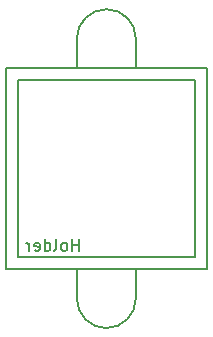
<source format=gbo>
G04 #@! TF.FileFunction,Legend,Bot*
%FSLAX46Y46*%
G04 Gerber Fmt 4.6, Leading zero omitted, Abs format (unit mm)*
G04 Created by KiCad (PCBNEW 4.0.7-e2-6376~58~ubuntu16.04.1) date Mon May 21 22:34:23 2018*
%MOMM*%
%LPD*%
G01*
G04 APERTURE LIST*
%ADD10C,0.100000*%
%ADD11C,0.150000*%
G04 APERTURE END LIST*
D10*
D11*
X165500000Y-92750000D02*
X165500000Y-95250000D01*
X170500000Y-92750000D02*
X170500000Y-95250000D01*
X168000000Y-97750000D02*
G75*
G03X170500000Y-95250000I0J2500000D01*
G01*
X165500000Y-95250000D02*
G75*
G03X168000000Y-97750000I2500000J0D01*
G01*
X168000000Y-70750000D02*
G75*
G03X165500000Y-73250000I0J-2500000D01*
G01*
X170500000Y-73250000D02*
G75*
G03X168000000Y-70750000I-2500000J0D01*
G01*
X170500000Y-73250000D02*
X170500000Y-75750000D01*
X165500000Y-75750000D02*
X165500000Y-73250000D01*
X160500000Y-76750000D02*
X175500000Y-76750000D01*
X175500000Y-76750000D02*
X175500000Y-91750000D01*
X175500000Y-91750000D02*
X160500000Y-91750000D01*
X160500000Y-91750000D02*
X160500000Y-76750000D01*
X176500000Y-92750000D02*
X176500000Y-75750000D01*
X176500000Y-75750000D02*
X159500000Y-75750000D01*
X159500000Y-75750000D02*
X159500000Y-92750000D01*
X159500000Y-92750000D02*
X176500000Y-92750000D01*
X165690477Y-91202381D02*
X165690477Y-90202381D01*
X165690477Y-90678571D02*
X165119048Y-90678571D01*
X165119048Y-91202381D02*
X165119048Y-90202381D01*
X164500001Y-91202381D02*
X164595239Y-91154762D01*
X164642858Y-91107143D01*
X164690477Y-91011905D01*
X164690477Y-90726190D01*
X164642858Y-90630952D01*
X164595239Y-90583333D01*
X164500001Y-90535714D01*
X164357143Y-90535714D01*
X164261905Y-90583333D01*
X164214286Y-90630952D01*
X164166667Y-90726190D01*
X164166667Y-91011905D01*
X164214286Y-91107143D01*
X164261905Y-91154762D01*
X164357143Y-91202381D01*
X164500001Y-91202381D01*
X163595239Y-91202381D02*
X163690477Y-91154762D01*
X163738096Y-91059524D01*
X163738096Y-90202381D01*
X162785714Y-91202381D02*
X162785714Y-90202381D01*
X162785714Y-91154762D02*
X162880952Y-91202381D01*
X163071429Y-91202381D01*
X163166667Y-91154762D01*
X163214286Y-91107143D01*
X163261905Y-91011905D01*
X163261905Y-90726190D01*
X163214286Y-90630952D01*
X163166667Y-90583333D01*
X163071429Y-90535714D01*
X162880952Y-90535714D01*
X162785714Y-90583333D01*
X161928571Y-91154762D02*
X162023809Y-91202381D01*
X162214286Y-91202381D01*
X162309524Y-91154762D01*
X162357143Y-91059524D01*
X162357143Y-90678571D01*
X162309524Y-90583333D01*
X162214286Y-90535714D01*
X162023809Y-90535714D01*
X161928571Y-90583333D01*
X161880952Y-90678571D01*
X161880952Y-90773810D01*
X162357143Y-90869048D01*
X161452381Y-91202381D02*
X161452381Y-90535714D01*
X161452381Y-90726190D02*
X161404762Y-90630952D01*
X161357143Y-90583333D01*
X161261905Y-90535714D01*
X161166666Y-90535714D01*
M02*

</source>
